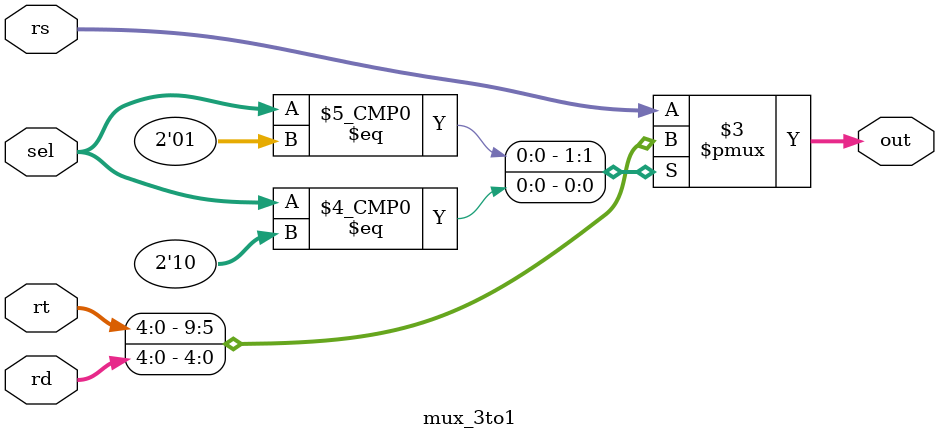
<source format=v>
module mux_3to1 (
    input [4:0] rs,
    input [4:0] rt,
    input [4:0] rd,
    input [1:0] sel,
    output reg [4:0] out
);
    always @(*) begin
        case(sel)
            2'b00: out = rs;
            2'b01: out = rt;
            2'b10: out = rd;
            default: out = rs;
        endcase
    end
endmodule
</source>
